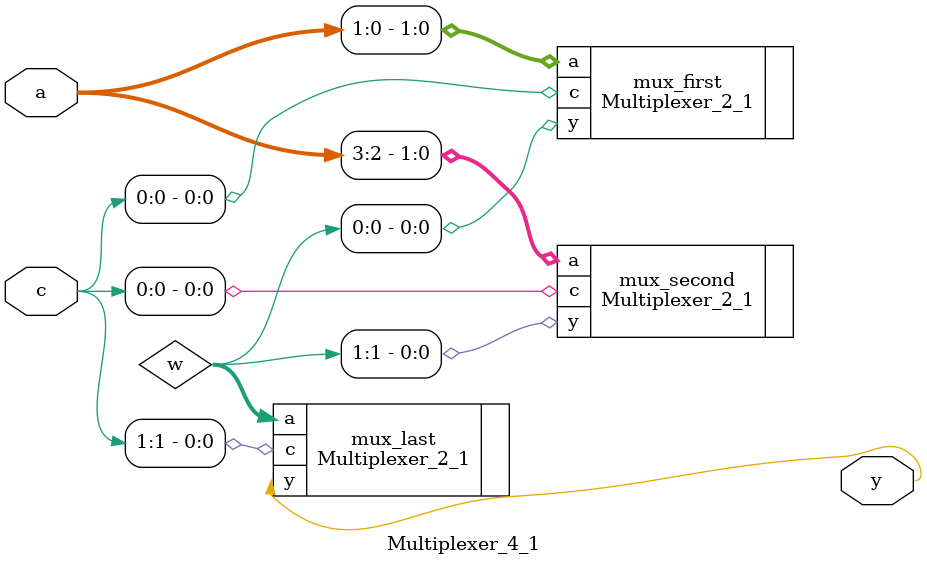
<source format=v>
`include "Multiplexer_2_1.v"

module Multiplexer_4_1(input [3:0] a, input [1:0] c, output y);
    wire [1:0] w;

    Multiplexer_2_1 mux_first(
        .a(a[1:0]),
        .c(c[0]),
        .y(w[0])
    );

    Multiplexer_2_1 mux_second(
        .a(a[3:2]),
        .c(c[0]),
        .y(w[1])
    );
    
    Multiplexer_2_1 mux_last(
        .a(w),
        .c(c[1]),
        .y(y)
    );

endmodule

</source>
